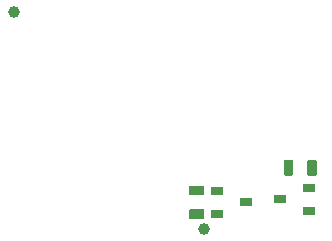
<source format=gbp>
G04 Layer: BottomPasteMaskLayer*
G04 EasyEDA v6.5.22, 2023-01-05 17:43:04*
G04 408631a24da54ebd81f1ad95a11f4f05,373fc183506b451e961249744e80b011,10*
G04 Gerber Generator version 0.2*
G04 Scale: 100 percent, Rotated: No, Reflected: No *
G04 Dimensions in inches *
G04 leading zeros omitted , absolute positions ,3 integer and 6 decimal *
%FSLAX36Y36*%
%MOIN*%

%AMMACRO1*21,1,$1,$2,0,0,$3*%
%ADD10MACRO1,0.0421X0.0236X0.0000*%
%ADD11C,0.0394*%

%LPD*%
D10*
G01*
X2993622Y1272400D03*
G01*
X2993622Y1197600D03*
G01*
X2896377Y1235000D03*
G01*
X2686377Y1187600D03*
G01*
X2686377Y1262400D03*
G01*
X2783622Y1225000D03*
G36*
X2909880Y1318350D02*
G01*
X2909910Y1317869D01*
X2910000Y1317399D01*
X2910140Y1316950D01*
X2910330Y1316520D01*
X2910580Y1316109D01*
X2910870Y1315740D01*
X2911210Y1315399D01*
X2911580Y1315109D01*
X2911989Y1314859D01*
X2912420Y1314670D01*
X2912879Y1314520D01*
X2913339Y1314440D01*
X2913819Y1314409D01*
X2937439Y1314409D01*
X2937920Y1314440D01*
X2938379Y1314520D01*
X2938840Y1314670D01*
X2939269Y1314859D01*
X2939679Y1315109D01*
X2940050Y1315399D01*
X2940389Y1315740D01*
X2940680Y1316109D01*
X2940929Y1316520D01*
X2941120Y1316950D01*
X2941260Y1317399D01*
X2941350Y1317869D01*
X2941379Y1318350D01*
X2941379Y1361649D01*
X2941350Y1362130D01*
X2941260Y1362600D01*
X2941120Y1363049D01*
X2940929Y1363479D01*
X2940680Y1363890D01*
X2940389Y1364259D01*
X2940050Y1364600D01*
X2939679Y1364890D01*
X2939269Y1365140D01*
X2938840Y1365329D01*
X2938379Y1365479D01*
X2937920Y1365559D01*
X2937439Y1365590D01*
X2913819Y1365590D01*
X2913339Y1365559D01*
X2912879Y1365479D01*
X2912420Y1365329D01*
X2911989Y1365140D01*
X2911580Y1364890D01*
X2911210Y1364600D01*
X2910870Y1364259D01*
X2910580Y1363890D01*
X2910330Y1363479D01*
X2910140Y1363049D01*
X2910000Y1362600D01*
X2909910Y1362130D01*
X2909880Y1361649D01*
G37*
G36*
X2988620Y1318350D02*
G01*
X2988649Y1317869D01*
X2988739Y1317399D01*
X2988879Y1316950D01*
X2989070Y1316520D01*
X2989319Y1316109D01*
X2989610Y1315740D01*
X2989949Y1315399D01*
X2990320Y1315109D01*
X2990730Y1314859D01*
X2991160Y1314670D01*
X2991620Y1314520D01*
X2992079Y1314440D01*
X2992560Y1314409D01*
X3016180Y1314409D01*
X3016660Y1314440D01*
X3017120Y1314520D01*
X3017579Y1314670D01*
X3018010Y1314859D01*
X3018419Y1315109D01*
X3018789Y1315399D01*
X3019129Y1315740D01*
X3019420Y1316109D01*
X3019669Y1316520D01*
X3019859Y1316950D01*
X3020000Y1317399D01*
X3020090Y1317869D01*
X3020119Y1318350D01*
X3020119Y1361649D01*
X3020090Y1362130D01*
X3020000Y1362600D01*
X3019859Y1363049D01*
X3019669Y1363479D01*
X3019420Y1363890D01*
X3019129Y1364259D01*
X3018789Y1364600D01*
X3018419Y1364890D01*
X3018010Y1365140D01*
X3017579Y1365329D01*
X3017120Y1365479D01*
X3016660Y1365559D01*
X3016180Y1365590D01*
X2992560Y1365590D01*
X2992079Y1365559D01*
X2991620Y1365479D01*
X2991160Y1365329D01*
X2990730Y1365140D01*
X2990320Y1364890D01*
X2989949Y1364600D01*
X2989610Y1364259D01*
X2989319Y1363890D01*
X2989070Y1363479D01*
X2988879Y1363049D01*
X2988739Y1362600D01*
X2988649Y1362130D01*
X2988620Y1361649D01*
G37*
G36*
X2641649Y1169879D02*
G01*
X2642129Y1169909D01*
X2642600Y1170000D01*
X2643050Y1170140D01*
X2643479Y1170329D01*
X2643890Y1170580D01*
X2644260Y1170870D01*
X2644600Y1171210D01*
X2644889Y1171579D01*
X2645140Y1171990D01*
X2645330Y1172420D01*
X2645479Y1172880D01*
X2645559Y1173339D01*
X2645590Y1173820D01*
X2645590Y1197440D01*
X2645559Y1197919D01*
X2645479Y1198380D01*
X2645330Y1198840D01*
X2645140Y1199270D01*
X2644889Y1199679D01*
X2644600Y1200050D01*
X2644260Y1200390D01*
X2643890Y1200680D01*
X2643479Y1200929D01*
X2643050Y1201120D01*
X2642600Y1201260D01*
X2642129Y1201350D01*
X2641649Y1201379D01*
X2598350Y1201379D01*
X2597870Y1201350D01*
X2597399Y1201260D01*
X2596949Y1201120D01*
X2596520Y1200929D01*
X2596109Y1200680D01*
X2595739Y1200390D01*
X2595399Y1200050D01*
X2595110Y1199679D01*
X2594859Y1199270D01*
X2594669Y1198840D01*
X2594520Y1198380D01*
X2594440Y1197919D01*
X2594409Y1197440D01*
X2594409Y1173820D01*
X2594440Y1173339D01*
X2594520Y1172880D01*
X2594669Y1172420D01*
X2594859Y1171990D01*
X2595110Y1171579D01*
X2595399Y1171210D01*
X2595739Y1170870D01*
X2596109Y1170580D01*
X2596520Y1170329D01*
X2596949Y1170140D01*
X2597399Y1170000D01*
X2597870Y1169909D01*
X2598350Y1169879D01*
G37*
G36*
X2641649Y1248620D02*
G01*
X2642129Y1248649D01*
X2642600Y1248739D01*
X2643050Y1248879D01*
X2643479Y1249070D01*
X2643890Y1249319D01*
X2644260Y1249609D01*
X2644600Y1249949D01*
X2644889Y1250320D01*
X2645140Y1250729D01*
X2645330Y1251159D01*
X2645479Y1251619D01*
X2645559Y1252080D01*
X2645590Y1252559D01*
X2645590Y1276179D01*
X2645559Y1276660D01*
X2645479Y1277120D01*
X2645330Y1277579D01*
X2645140Y1278009D01*
X2644889Y1278420D01*
X2644600Y1278789D01*
X2644260Y1279130D01*
X2643890Y1279420D01*
X2643479Y1279670D01*
X2643050Y1279859D01*
X2642600Y1280000D01*
X2642129Y1280090D01*
X2641649Y1280120D01*
X2598350Y1280120D01*
X2597870Y1280090D01*
X2597399Y1280000D01*
X2596949Y1279859D01*
X2596520Y1279670D01*
X2596109Y1279420D01*
X2595739Y1279130D01*
X2595399Y1278789D01*
X2595110Y1278420D01*
X2594859Y1278009D01*
X2594669Y1277579D01*
X2594520Y1277120D01*
X2594440Y1276660D01*
X2594409Y1276179D01*
X2594409Y1252559D01*
X2594440Y1252080D01*
X2594520Y1251619D01*
X2594669Y1251159D01*
X2594859Y1250729D01*
X2595110Y1250320D01*
X2595399Y1249949D01*
X2595739Y1249609D01*
X2596109Y1249319D01*
X2596520Y1249070D01*
X2596949Y1248879D01*
X2597399Y1248739D01*
X2597870Y1248649D01*
X2598350Y1248620D01*
G37*
D11*
G01*
X2645000Y1135000D03*
G01*
X2010000Y1860000D03*
M02*

</source>
